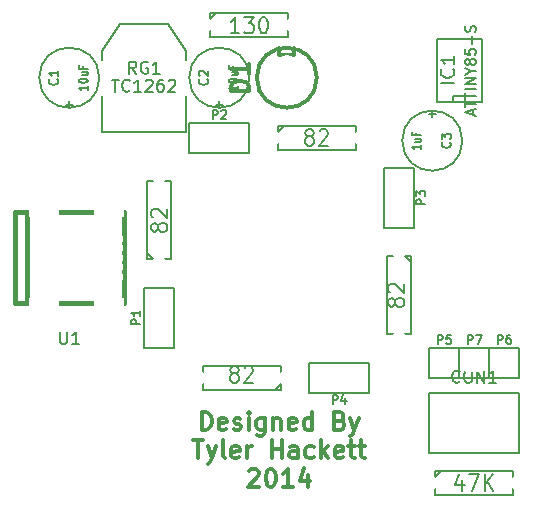
<source format=gto>
G04 (created by PCBNEW (2013-07-07 BZR 4022)-stable) date 12/10/2014 10:11:42 PM*
%MOIN*%
G04 Gerber Fmt 3.4, Leading zero omitted, Abs format*
%FSLAX34Y34*%
G01*
G70*
G90*
G04 APERTURE LIST*
%ADD10C,0.00590551*%
%ADD11C,0.011811*%
%ADD12C,0.015*%
%ADD13C,0.008*%
%ADD14C,0.005*%
%ADD15C,0.006*%
%ADD16C,0.012*%
%ADD17C,0.0075*%
%ADD18C,0.019685*%
%ADD19R,0.0906X0.0197*%
%ADD20R,0.0984X0.0787*%
%ADD21C,0.0354*%
%ADD22R,0.144X0.08*%
%ADD23R,0.04X0.08*%
%ADD24R,0.0551X0.0236*%
%ADD25C,0.055*%
%ADD26R,0.06X0.06*%
%ADD27C,0.06*%
%ADD28R,0.055X0.055*%
G04 APERTURE END LIST*
G54D10*
G54D11*
X75912Y-57239D02*
X75912Y-56648D01*
X76053Y-56648D01*
X76137Y-56676D01*
X76194Y-56732D01*
X76222Y-56789D01*
X76250Y-56901D01*
X76250Y-56985D01*
X76222Y-57098D01*
X76194Y-57154D01*
X76137Y-57210D01*
X76053Y-57239D01*
X75912Y-57239D01*
X76728Y-57210D02*
X76672Y-57239D01*
X76559Y-57239D01*
X76503Y-57210D01*
X76475Y-57154D01*
X76475Y-56929D01*
X76503Y-56873D01*
X76559Y-56845D01*
X76672Y-56845D01*
X76728Y-56873D01*
X76756Y-56929D01*
X76756Y-56985D01*
X76475Y-57042D01*
X76981Y-57210D02*
X77037Y-57239D01*
X77150Y-57239D01*
X77206Y-57210D01*
X77234Y-57154D01*
X77234Y-57126D01*
X77206Y-57070D01*
X77150Y-57042D01*
X77065Y-57042D01*
X77009Y-57014D01*
X76981Y-56957D01*
X76981Y-56929D01*
X77009Y-56873D01*
X77065Y-56845D01*
X77150Y-56845D01*
X77206Y-56873D01*
X77487Y-57239D02*
X77487Y-56845D01*
X77487Y-56648D02*
X77459Y-56676D01*
X77487Y-56704D01*
X77515Y-56676D01*
X77487Y-56648D01*
X77487Y-56704D01*
X78021Y-56845D02*
X78021Y-57323D01*
X77993Y-57379D01*
X77965Y-57407D01*
X77909Y-57435D01*
X77825Y-57435D01*
X77768Y-57407D01*
X78021Y-57210D02*
X77965Y-57239D01*
X77853Y-57239D01*
X77796Y-57210D01*
X77768Y-57182D01*
X77740Y-57126D01*
X77740Y-56957D01*
X77768Y-56901D01*
X77796Y-56873D01*
X77853Y-56845D01*
X77965Y-56845D01*
X78021Y-56873D01*
X78303Y-56845D02*
X78303Y-57239D01*
X78303Y-56901D02*
X78331Y-56873D01*
X78387Y-56845D01*
X78471Y-56845D01*
X78528Y-56873D01*
X78556Y-56929D01*
X78556Y-57239D01*
X79062Y-57210D02*
X79006Y-57239D01*
X78893Y-57239D01*
X78837Y-57210D01*
X78809Y-57154D01*
X78809Y-56929D01*
X78837Y-56873D01*
X78893Y-56845D01*
X79006Y-56845D01*
X79062Y-56873D01*
X79090Y-56929D01*
X79090Y-56985D01*
X78809Y-57042D01*
X79596Y-57239D02*
X79596Y-56648D01*
X79596Y-57210D02*
X79540Y-57239D01*
X79428Y-57239D01*
X79371Y-57210D01*
X79343Y-57182D01*
X79315Y-57126D01*
X79315Y-56957D01*
X79343Y-56901D01*
X79371Y-56873D01*
X79428Y-56845D01*
X79540Y-56845D01*
X79596Y-56873D01*
X80524Y-56929D02*
X80609Y-56957D01*
X80637Y-56985D01*
X80665Y-57042D01*
X80665Y-57126D01*
X80637Y-57182D01*
X80609Y-57210D01*
X80552Y-57239D01*
X80327Y-57239D01*
X80327Y-56648D01*
X80524Y-56648D01*
X80580Y-56676D01*
X80609Y-56704D01*
X80637Y-56760D01*
X80637Y-56817D01*
X80609Y-56873D01*
X80580Y-56901D01*
X80524Y-56929D01*
X80327Y-56929D01*
X80862Y-56845D02*
X81002Y-57239D01*
X81143Y-56845D02*
X81002Y-57239D01*
X80946Y-57379D01*
X80918Y-57407D01*
X80862Y-57435D01*
X75631Y-57593D02*
X75969Y-57593D01*
X75800Y-58183D02*
X75800Y-57593D01*
X76109Y-57790D02*
X76250Y-58183D01*
X76390Y-57790D02*
X76250Y-58183D01*
X76194Y-58324D01*
X76165Y-58352D01*
X76109Y-58380D01*
X76700Y-58183D02*
X76643Y-58155D01*
X76615Y-58099D01*
X76615Y-57593D01*
X77150Y-58155D02*
X77093Y-58183D01*
X76981Y-58183D01*
X76925Y-58155D01*
X76897Y-58099D01*
X76897Y-57874D01*
X76925Y-57818D01*
X76981Y-57790D01*
X77093Y-57790D01*
X77150Y-57818D01*
X77178Y-57874D01*
X77178Y-57930D01*
X76897Y-57987D01*
X77431Y-58183D02*
X77431Y-57790D01*
X77431Y-57902D02*
X77459Y-57846D01*
X77487Y-57818D01*
X77543Y-57790D01*
X77600Y-57790D01*
X78246Y-58183D02*
X78246Y-57593D01*
X78246Y-57874D02*
X78584Y-57874D01*
X78584Y-58183D02*
X78584Y-57593D01*
X79118Y-58183D02*
X79118Y-57874D01*
X79090Y-57818D01*
X79034Y-57790D01*
X78921Y-57790D01*
X78865Y-57818D01*
X79118Y-58155D02*
X79062Y-58183D01*
X78921Y-58183D01*
X78865Y-58155D01*
X78837Y-58099D01*
X78837Y-58043D01*
X78865Y-57987D01*
X78921Y-57958D01*
X79062Y-57958D01*
X79118Y-57930D01*
X79652Y-58155D02*
X79596Y-58183D01*
X79484Y-58183D01*
X79428Y-58155D01*
X79399Y-58127D01*
X79371Y-58071D01*
X79371Y-57902D01*
X79399Y-57846D01*
X79428Y-57818D01*
X79484Y-57790D01*
X79596Y-57790D01*
X79652Y-57818D01*
X79906Y-58183D02*
X79906Y-57593D01*
X79962Y-57958D02*
X80131Y-58183D01*
X80131Y-57790D02*
X79906Y-58015D01*
X80609Y-58155D02*
X80552Y-58183D01*
X80440Y-58183D01*
X80384Y-58155D01*
X80356Y-58099D01*
X80356Y-57874D01*
X80384Y-57818D01*
X80440Y-57790D01*
X80552Y-57790D01*
X80609Y-57818D01*
X80637Y-57874D01*
X80637Y-57930D01*
X80356Y-57987D01*
X80805Y-57790D02*
X81030Y-57790D01*
X80890Y-57593D02*
X80890Y-58099D01*
X80918Y-58155D01*
X80974Y-58183D01*
X81030Y-58183D01*
X81143Y-57790D02*
X81368Y-57790D01*
X81227Y-57593D02*
X81227Y-58099D01*
X81255Y-58155D01*
X81312Y-58183D01*
X81368Y-58183D01*
X77487Y-58594D02*
X77515Y-58566D01*
X77571Y-58538D01*
X77712Y-58538D01*
X77768Y-58566D01*
X77796Y-58594D01*
X77825Y-58650D01*
X77825Y-58706D01*
X77796Y-58791D01*
X77459Y-59128D01*
X77825Y-59128D01*
X78190Y-58538D02*
X78246Y-58538D01*
X78303Y-58566D01*
X78331Y-58594D01*
X78359Y-58650D01*
X78387Y-58763D01*
X78387Y-58903D01*
X78359Y-59016D01*
X78331Y-59072D01*
X78303Y-59100D01*
X78246Y-59128D01*
X78190Y-59128D01*
X78134Y-59100D01*
X78106Y-59072D01*
X78078Y-59016D01*
X78050Y-58903D01*
X78050Y-58763D01*
X78078Y-58650D01*
X78106Y-58594D01*
X78134Y-58566D01*
X78190Y-58538D01*
X78949Y-59128D02*
X78612Y-59128D01*
X78781Y-59128D02*
X78781Y-58538D01*
X78724Y-58622D01*
X78668Y-58678D01*
X78612Y-58706D01*
X79456Y-58735D02*
X79456Y-59128D01*
X79315Y-58510D02*
X79174Y-58931D01*
X79540Y-58931D01*
G54D12*
X70083Y-49984D02*
X70083Y-53016D01*
X69689Y-49984D02*
X69689Y-53016D01*
X69689Y-53016D02*
X73311Y-53016D01*
X73311Y-53016D02*
X73311Y-49984D01*
X73311Y-49984D02*
X69689Y-49984D01*
G54D13*
X72600Y-46100D02*
X72600Y-47300D01*
X72600Y-47300D02*
X75400Y-47300D01*
X75400Y-47300D02*
X75400Y-46100D01*
X72600Y-44900D02*
X72600Y-44600D01*
X72600Y-44600D02*
X73200Y-43700D01*
X73200Y-43700D02*
X74800Y-43700D01*
X74800Y-43700D02*
X75400Y-44600D01*
X75400Y-44600D02*
X75400Y-44900D01*
G54D14*
X85200Y-46300D02*
X85250Y-46300D01*
X85250Y-46300D02*
X85250Y-44200D01*
X83750Y-44200D02*
X83750Y-46300D01*
X83750Y-46300D02*
X85200Y-46300D01*
X84300Y-46300D02*
X84300Y-46100D01*
X84300Y-46100D02*
X84700Y-46100D01*
X84700Y-46100D02*
X84700Y-46300D01*
X83750Y-44200D02*
X85250Y-44200D01*
G54D13*
X78750Y-55500D02*
X78550Y-55500D01*
X75750Y-55500D02*
X75950Y-55500D01*
X75950Y-55500D02*
X75950Y-55900D01*
X75950Y-55900D02*
X78550Y-55900D01*
X78550Y-55900D02*
X78550Y-55100D01*
X78550Y-55100D02*
X75950Y-55100D01*
X75950Y-55100D02*
X75950Y-55500D01*
X78550Y-55700D02*
X78350Y-55900D01*
X82500Y-51250D02*
X82500Y-51450D01*
X82500Y-54250D02*
X82500Y-54050D01*
X82500Y-54050D02*
X82900Y-54050D01*
X82900Y-54050D02*
X82900Y-51450D01*
X82900Y-51450D02*
X82100Y-51450D01*
X82100Y-51450D02*
X82100Y-54050D01*
X82100Y-54050D02*
X82500Y-54050D01*
X82700Y-51450D02*
X82900Y-51650D01*
X78250Y-47500D02*
X78450Y-47500D01*
X81250Y-47500D02*
X81050Y-47500D01*
X81050Y-47500D02*
X81050Y-47100D01*
X81050Y-47100D02*
X78450Y-47100D01*
X78450Y-47100D02*
X78450Y-47900D01*
X78450Y-47900D02*
X81050Y-47900D01*
X81050Y-47900D02*
X81050Y-47500D01*
X78450Y-47300D02*
X78650Y-47100D01*
X74500Y-51750D02*
X74500Y-51550D01*
X74500Y-48750D02*
X74500Y-48950D01*
X74500Y-48950D02*
X74100Y-48950D01*
X74100Y-48950D02*
X74100Y-51550D01*
X74100Y-51550D02*
X74900Y-51550D01*
X74900Y-51550D02*
X74900Y-48950D01*
X74900Y-48950D02*
X74500Y-48950D01*
X74300Y-51550D02*
X74100Y-51350D01*
X83500Y-59000D02*
X83700Y-59000D01*
X86500Y-59000D02*
X86300Y-59000D01*
X86300Y-59000D02*
X86300Y-58600D01*
X86300Y-58600D02*
X83700Y-58600D01*
X83700Y-58600D02*
X83700Y-59400D01*
X83700Y-59400D02*
X86300Y-59400D01*
X86300Y-59400D02*
X86300Y-59000D01*
X83700Y-58800D02*
X83900Y-58600D01*
X76000Y-43750D02*
X76200Y-43750D01*
X79000Y-43750D02*
X78800Y-43750D01*
X78800Y-43750D02*
X78800Y-43350D01*
X78800Y-43350D02*
X76200Y-43350D01*
X76200Y-43350D02*
X76200Y-44150D01*
X76200Y-44150D02*
X78800Y-44150D01*
X78800Y-44150D02*
X78800Y-43750D01*
X76200Y-43550D02*
X76400Y-43350D01*
X86500Y-58000D02*
X83500Y-58000D01*
X83500Y-56000D02*
X86500Y-56000D01*
X86500Y-56000D02*
X86500Y-58000D01*
X83500Y-58000D02*
X83500Y-56000D01*
G54D15*
X82000Y-48500D02*
X83000Y-48500D01*
X83000Y-48500D02*
X83000Y-50500D01*
X83000Y-50500D02*
X82000Y-50500D01*
X82000Y-50500D02*
X82000Y-48500D01*
X75500Y-48000D02*
X75500Y-47000D01*
X75500Y-47000D02*
X77500Y-47000D01*
X77500Y-47000D02*
X77500Y-48000D01*
X77500Y-48000D02*
X75500Y-48000D01*
X75000Y-54500D02*
X74000Y-54500D01*
X74000Y-54500D02*
X74000Y-52500D01*
X74000Y-52500D02*
X75000Y-52500D01*
X75000Y-52500D02*
X75000Y-54500D01*
X81500Y-55000D02*
X81500Y-56000D01*
X81500Y-56000D02*
X79500Y-56000D01*
X79500Y-56000D02*
X79500Y-55000D01*
X79500Y-55000D02*
X81500Y-55000D01*
X85500Y-55500D02*
X84500Y-55500D01*
X84500Y-54500D02*
X85500Y-54500D01*
X84500Y-55500D02*
X84500Y-54500D01*
X85500Y-54500D02*
X85500Y-55500D01*
X86500Y-55500D02*
X85500Y-55500D01*
X85500Y-54500D02*
X86500Y-54500D01*
X85500Y-55500D02*
X85500Y-54500D01*
X86500Y-54500D02*
X86500Y-55500D01*
X84500Y-55500D02*
X83500Y-55500D01*
X83500Y-54500D02*
X84500Y-54500D01*
X83500Y-55500D02*
X83500Y-54500D01*
X84500Y-54500D02*
X84500Y-55500D01*
G54D16*
X79750Y-45500D02*
G75*
G03X79750Y-45500I-1000J0D01*
G74*
G01*
X78500Y-44500D02*
X78500Y-44750D01*
X78500Y-44750D02*
X79000Y-44750D01*
X79000Y-44750D02*
X79000Y-44500D01*
G54D14*
X77501Y-45500D02*
G75*
G03X77501Y-45500I-1001J0D01*
G74*
G01*
X72501Y-45500D02*
G75*
G03X72501Y-45500I-1001J0D01*
G74*
G01*
X84601Y-47600D02*
G75*
G03X84601Y-47600I-1001J0D01*
G74*
G01*
G54D13*
X71195Y-53978D02*
X71195Y-54302D01*
X71214Y-54340D01*
X71233Y-54359D01*
X71271Y-54378D01*
X71347Y-54378D01*
X71385Y-54359D01*
X71404Y-54340D01*
X71423Y-54302D01*
X71423Y-53978D01*
X71823Y-54378D02*
X71595Y-54378D01*
X71709Y-54378D02*
X71709Y-53978D01*
X71671Y-54036D01*
X71633Y-54074D01*
X71595Y-54093D01*
X73733Y-45361D02*
X73600Y-45171D01*
X73504Y-45361D02*
X73504Y-44961D01*
X73657Y-44961D01*
X73695Y-44980D01*
X73714Y-45000D01*
X73733Y-45038D01*
X73733Y-45095D01*
X73714Y-45133D01*
X73695Y-45152D01*
X73657Y-45171D01*
X73504Y-45171D01*
X74114Y-44980D02*
X74076Y-44961D01*
X74019Y-44961D01*
X73961Y-44980D01*
X73923Y-45019D01*
X73904Y-45057D01*
X73885Y-45133D01*
X73885Y-45190D01*
X73904Y-45266D01*
X73923Y-45304D01*
X73961Y-45342D01*
X74019Y-45361D01*
X74057Y-45361D01*
X74114Y-45342D01*
X74133Y-45323D01*
X74133Y-45190D01*
X74057Y-45190D01*
X74514Y-45361D02*
X74285Y-45361D01*
X74400Y-45361D02*
X74400Y-44961D01*
X74361Y-45019D01*
X74323Y-45057D01*
X74285Y-45076D01*
X72923Y-45561D02*
X73152Y-45561D01*
X73038Y-45961D02*
X73038Y-45561D01*
X73514Y-45923D02*
X73495Y-45942D01*
X73438Y-45961D01*
X73400Y-45961D01*
X73342Y-45942D01*
X73304Y-45904D01*
X73285Y-45866D01*
X73266Y-45790D01*
X73266Y-45733D01*
X73285Y-45657D01*
X73304Y-45619D01*
X73342Y-45580D01*
X73400Y-45561D01*
X73438Y-45561D01*
X73495Y-45580D01*
X73514Y-45600D01*
X73895Y-45961D02*
X73666Y-45961D01*
X73780Y-45961D02*
X73780Y-45561D01*
X73742Y-45619D01*
X73704Y-45657D01*
X73666Y-45676D01*
X74047Y-45600D02*
X74066Y-45580D01*
X74104Y-45561D01*
X74200Y-45561D01*
X74238Y-45580D01*
X74257Y-45600D01*
X74276Y-45638D01*
X74276Y-45676D01*
X74257Y-45733D01*
X74028Y-45961D01*
X74276Y-45961D01*
X74619Y-45561D02*
X74542Y-45561D01*
X74504Y-45580D01*
X74485Y-45600D01*
X74447Y-45657D01*
X74428Y-45733D01*
X74428Y-45885D01*
X74447Y-45923D01*
X74466Y-45942D01*
X74504Y-45961D01*
X74580Y-45961D01*
X74619Y-45942D01*
X74638Y-45923D01*
X74657Y-45885D01*
X74657Y-45790D01*
X74638Y-45752D01*
X74619Y-45733D01*
X74580Y-45714D01*
X74504Y-45714D01*
X74466Y-45733D01*
X74447Y-45752D01*
X74428Y-45790D01*
X74809Y-45600D02*
X74828Y-45580D01*
X74866Y-45561D01*
X74961Y-45561D01*
X75000Y-45580D01*
X75019Y-45600D01*
X75038Y-45638D01*
X75038Y-45676D01*
X75019Y-45733D01*
X74790Y-45961D01*
X75038Y-45961D01*
G54D15*
X84332Y-45689D02*
X83882Y-45689D01*
X84289Y-45217D02*
X84310Y-45239D01*
X84332Y-45303D01*
X84332Y-45346D01*
X84310Y-45410D01*
X84267Y-45453D01*
X84225Y-45474D01*
X84139Y-45496D01*
X84075Y-45496D01*
X83989Y-45474D01*
X83946Y-45453D01*
X83903Y-45410D01*
X83882Y-45346D01*
X83882Y-45303D01*
X83903Y-45239D01*
X83925Y-45217D01*
X84332Y-44789D02*
X84332Y-45046D01*
X84332Y-44917D02*
X83882Y-44917D01*
X83946Y-44960D01*
X83989Y-45003D01*
X84010Y-45046D01*
X84941Y-46733D02*
X84941Y-46566D01*
X85041Y-46766D02*
X84691Y-46650D01*
X85041Y-46533D01*
X84691Y-46466D02*
X84691Y-46266D01*
X85041Y-46366D02*
X84691Y-46366D01*
X84691Y-46200D02*
X84691Y-46000D01*
X85041Y-46100D02*
X84691Y-46100D01*
X85041Y-45883D02*
X84691Y-45883D01*
X85041Y-45716D02*
X84691Y-45716D01*
X85041Y-45516D01*
X84691Y-45516D01*
X84875Y-45283D02*
X85041Y-45283D01*
X84691Y-45400D02*
X84875Y-45283D01*
X84691Y-45166D01*
X84841Y-45000D02*
X84825Y-45033D01*
X84808Y-45050D01*
X84775Y-45066D01*
X84758Y-45066D01*
X84725Y-45050D01*
X84708Y-45033D01*
X84691Y-45000D01*
X84691Y-44933D01*
X84708Y-44900D01*
X84725Y-44883D01*
X84758Y-44866D01*
X84775Y-44866D01*
X84808Y-44883D01*
X84825Y-44900D01*
X84841Y-44933D01*
X84841Y-45000D01*
X84858Y-45033D01*
X84875Y-45050D01*
X84908Y-45066D01*
X84975Y-45066D01*
X85008Y-45050D01*
X85025Y-45033D01*
X85041Y-45000D01*
X85041Y-44933D01*
X85025Y-44900D01*
X85008Y-44883D01*
X84975Y-44866D01*
X84908Y-44866D01*
X84875Y-44883D01*
X84858Y-44900D01*
X84841Y-44933D01*
X84691Y-44550D02*
X84691Y-44716D01*
X84858Y-44733D01*
X84841Y-44716D01*
X84825Y-44683D01*
X84825Y-44600D01*
X84841Y-44566D01*
X84858Y-44550D01*
X84891Y-44533D01*
X84975Y-44533D01*
X85008Y-44550D01*
X85025Y-44566D01*
X85041Y-44600D01*
X85041Y-44683D01*
X85025Y-44716D01*
X85008Y-44733D01*
X84908Y-44383D02*
X84908Y-44116D01*
X85025Y-43966D02*
X85041Y-43916D01*
X85041Y-43833D01*
X85025Y-43800D01*
X85008Y-43783D01*
X84975Y-43766D01*
X84941Y-43766D01*
X84908Y-43783D01*
X84891Y-43800D01*
X84875Y-43833D01*
X84858Y-43900D01*
X84841Y-43933D01*
X84825Y-43950D01*
X84791Y-43966D01*
X84758Y-43966D01*
X84725Y-43950D01*
X84708Y-43933D01*
X84691Y-43900D01*
X84691Y-43816D01*
X84708Y-43766D01*
G54D13*
X76964Y-55358D02*
X76916Y-55332D01*
X76892Y-55305D01*
X76869Y-55253D01*
X76869Y-55227D01*
X76892Y-55175D01*
X76916Y-55148D01*
X76964Y-55122D01*
X77059Y-55122D01*
X77107Y-55148D01*
X77130Y-55175D01*
X77154Y-55227D01*
X77154Y-55253D01*
X77130Y-55305D01*
X77107Y-55332D01*
X77059Y-55358D01*
X76964Y-55358D01*
X76916Y-55384D01*
X76892Y-55410D01*
X76869Y-55463D01*
X76869Y-55567D01*
X76892Y-55620D01*
X76916Y-55646D01*
X76964Y-55672D01*
X77059Y-55672D01*
X77107Y-55646D01*
X77130Y-55620D01*
X77154Y-55567D01*
X77154Y-55463D01*
X77130Y-55410D01*
X77107Y-55384D01*
X77059Y-55358D01*
X77345Y-55175D02*
X77369Y-55148D01*
X77416Y-55122D01*
X77535Y-55122D01*
X77583Y-55148D01*
X77607Y-55175D01*
X77630Y-55227D01*
X77630Y-55279D01*
X77607Y-55358D01*
X77321Y-55672D01*
X77630Y-55672D01*
X82358Y-53035D02*
X82332Y-53083D01*
X82305Y-53107D01*
X82253Y-53130D01*
X82227Y-53130D01*
X82175Y-53107D01*
X82148Y-53083D01*
X82122Y-53035D01*
X82122Y-52940D01*
X82148Y-52892D01*
X82175Y-52869D01*
X82227Y-52845D01*
X82253Y-52845D01*
X82305Y-52869D01*
X82332Y-52892D01*
X82358Y-52940D01*
X82358Y-53035D01*
X82384Y-53083D01*
X82410Y-53107D01*
X82463Y-53130D01*
X82567Y-53130D01*
X82620Y-53107D01*
X82646Y-53083D01*
X82672Y-53035D01*
X82672Y-52940D01*
X82646Y-52892D01*
X82620Y-52869D01*
X82567Y-52845D01*
X82463Y-52845D01*
X82410Y-52869D01*
X82384Y-52892D01*
X82358Y-52940D01*
X82175Y-52654D02*
X82148Y-52630D01*
X82122Y-52583D01*
X82122Y-52464D01*
X82148Y-52416D01*
X82175Y-52392D01*
X82227Y-52369D01*
X82279Y-52369D01*
X82358Y-52392D01*
X82672Y-52678D01*
X82672Y-52369D01*
X79464Y-47458D02*
X79416Y-47432D01*
X79392Y-47405D01*
X79369Y-47353D01*
X79369Y-47327D01*
X79392Y-47275D01*
X79416Y-47248D01*
X79464Y-47222D01*
X79559Y-47222D01*
X79607Y-47248D01*
X79630Y-47275D01*
X79654Y-47327D01*
X79654Y-47353D01*
X79630Y-47405D01*
X79607Y-47432D01*
X79559Y-47458D01*
X79464Y-47458D01*
X79416Y-47484D01*
X79392Y-47510D01*
X79369Y-47563D01*
X79369Y-47667D01*
X79392Y-47720D01*
X79416Y-47746D01*
X79464Y-47772D01*
X79559Y-47772D01*
X79607Y-47746D01*
X79630Y-47720D01*
X79654Y-47667D01*
X79654Y-47563D01*
X79630Y-47510D01*
X79607Y-47484D01*
X79559Y-47458D01*
X79845Y-47275D02*
X79869Y-47248D01*
X79916Y-47222D01*
X80035Y-47222D01*
X80083Y-47248D01*
X80107Y-47275D01*
X80130Y-47327D01*
X80130Y-47379D01*
X80107Y-47458D01*
X79821Y-47772D01*
X80130Y-47772D01*
X74458Y-50535D02*
X74432Y-50583D01*
X74405Y-50607D01*
X74353Y-50630D01*
X74327Y-50630D01*
X74275Y-50607D01*
X74248Y-50583D01*
X74222Y-50535D01*
X74222Y-50440D01*
X74248Y-50392D01*
X74275Y-50369D01*
X74327Y-50345D01*
X74353Y-50345D01*
X74405Y-50369D01*
X74432Y-50392D01*
X74458Y-50440D01*
X74458Y-50535D01*
X74484Y-50583D01*
X74510Y-50607D01*
X74563Y-50630D01*
X74667Y-50630D01*
X74720Y-50607D01*
X74746Y-50583D01*
X74772Y-50535D01*
X74772Y-50440D01*
X74746Y-50392D01*
X74720Y-50369D01*
X74667Y-50345D01*
X74563Y-50345D01*
X74510Y-50369D01*
X74484Y-50392D01*
X74458Y-50440D01*
X74275Y-50154D02*
X74248Y-50130D01*
X74222Y-50083D01*
X74222Y-49964D01*
X74248Y-49916D01*
X74275Y-49892D01*
X74327Y-49869D01*
X74379Y-49869D01*
X74458Y-49892D01*
X74772Y-50178D01*
X74772Y-49869D01*
X84607Y-58905D02*
X84607Y-59272D01*
X84488Y-58696D02*
X84369Y-59089D01*
X84678Y-59089D01*
X84821Y-58722D02*
X85154Y-58722D01*
X84940Y-59272D01*
X85345Y-59272D02*
X85345Y-58722D01*
X85630Y-59272D02*
X85416Y-58958D01*
X85630Y-58722D02*
X85345Y-59036D01*
X77166Y-44022D02*
X76880Y-44022D01*
X77023Y-44022D02*
X77023Y-43472D01*
X76976Y-43551D01*
X76928Y-43603D01*
X76880Y-43629D01*
X77333Y-43472D02*
X77642Y-43472D01*
X77476Y-43682D01*
X77547Y-43682D01*
X77595Y-43708D01*
X77619Y-43734D01*
X77642Y-43786D01*
X77642Y-43917D01*
X77619Y-43970D01*
X77595Y-43996D01*
X77547Y-44022D01*
X77404Y-44022D01*
X77357Y-43996D01*
X77333Y-43970D01*
X77952Y-43472D02*
X78000Y-43472D01*
X78047Y-43498D01*
X78071Y-43525D01*
X78095Y-43577D01*
X78119Y-43682D01*
X78119Y-43813D01*
X78095Y-43917D01*
X78071Y-43970D01*
X78047Y-43996D01*
X78000Y-44022D01*
X77952Y-44022D01*
X77904Y-43996D01*
X77880Y-43970D01*
X77857Y-43917D01*
X77833Y-43813D01*
X77833Y-43682D01*
X77857Y-43577D01*
X77880Y-43525D01*
X77904Y-43498D01*
X77952Y-43472D01*
X84514Y-55623D02*
X84495Y-55642D01*
X84438Y-55661D01*
X84400Y-55661D01*
X84342Y-55642D01*
X84304Y-55604D01*
X84285Y-55566D01*
X84266Y-55490D01*
X84266Y-55433D01*
X84285Y-55357D01*
X84304Y-55319D01*
X84342Y-55280D01*
X84400Y-55261D01*
X84438Y-55261D01*
X84495Y-55280D01*
X84514Y-55300D01*
X84761Y-55261D02*
X84838Y-55261D01*
X84876Y-55280D01*
X84914Y-55319D01*
X84933Y-55395D01*
X84933Y-55528D01*
X84914Y-55604D01*
X84876Y-55642D01*
X84838Y-55661D01*
X84761Y-55661D01*
X84723Y-55642D01*
X84685Y-55604D01*
X84666Y-55528D01*
X84666Y-55395D01*
X84685Y-55319D01*
X84723Y-55280D01*
X84761Y-55261D01*
X85104Y-55661D02*
X85104Y-55261D01*
X85333Y-55661D01*
X85333Y-55261D01*
X85733Y-55661D02*
X85504Y-55661D01*
X85619Y-55661D02*
X85619Y-55261D01*
X85580Y-55319D01*
X85542Y-55357D01*
X85504Y-55376D01*
G54D15*
X83371Y-49721D02*
X83071Y-49721D01*
X83071Y-49607D01*
X83085Y-49578D01*
X83100Y-49564D01*
X83128Y-49550D01*
X83171Y-49550D01*
X83200Y-49564D01*
X83214Y-49578D01*
X83228Y-49607D01*
X83228Y-49721D01*
X83071Y-49450D02*
X83071Y-49264D01*
X83185Y-49364D01*
X83185Y-49321D01*
X83200Y-49292D01*
X83214Y-49278D01*
X83242Y-49264D01*
X83314Y-49264D01*
X83342Y-49278D01*
X83357Y-49292D01*
X83371Y-49321D01*
X83371Y-49407D01*
X83357Y-49435D01*
X83342Y-49450D01*
X76278Y-46871D02*
X76278Y-46571D01*
X76392Y-46571D01*
X76421Y-46585D01*
X76435Y-46600D01*
X76450Y-46628D01*
X76450Y-46671D01*
X76435Y-46700D01*
X76421Y-46714D01*
X76392Y-46728D01*
X76278Y-46728D01*
X76564Y-46600D02*
X76578Y-46585D01*
X76607Y-46571D01*
X76678Y-46571D01*
X76707Y-46585D01*
X76721Y-46600D01*
X76735Y-46628D01*
X76735Y-46657D01*
X76721Y-46700D01*
X76550Y-46871D01*
X76735Y-46871D01*
X73871Y-53721D02*
X73571Y-53721D01*
X73571Y-53607D01*
X73585Y-53578D01*
X73600Y-53564D01*
X73628Y-53550D01*
X73671Y-53550D01*
X73700Y-53564D01*
X73714Y-53578D01*
X73728Y-53607D01*
X73728Y-53721D01*
X73871Y-53264D02*
X73871Y-53435D01*
X73871Y-53350D02*
X73571Y-53350D01*
X73614Y-53378D01*
X73642Y-53407D01*
X73657Y-53435D01*
X80278Y-56371D02*
X80278Y-56071D01*
X80392Y-56071D01*
X80421Y-56085D01*
X80435Y-56100D01*
X80450Y-56128D01*
X80450Y-56171D01*
X80435Y-56200D01*
X80421Y-56214D01*
X80392Y-56228D01*
X80278Y-56228D01*
X80707Y-56171D02*
X80707Y-56371D01*
X80635Y-56057D02*
X80564Y-56271D01*
X80750Y-56271D01*
X84778Y-54371D02*
X84778Y-54071D01*
X84892Y-54071D01*
X84921Y-54085D01*
X84935Y-54100D01*
X84950Y-54128D01*
X84950Y-54171D01*
X84935Y-54200D01*
X84921Y-54214D01*
X84892Y-54228D01*
X84778Y-54228D01*
X85050Y-54071D02*
X85250Y-54071D01*
X85121Y-54371D01*
X85778Y-54371D02*
X85778Y-54071D01*
X85892Y-54071D01*
X85921Y-54085D01*
X85935Y-54100D01*
X85950Y-54128D01*
X85950Y-54171D01*
X85935Y-54200D01*
X85921Y-54214D01*
X85892Y-54228D01*
X85778Y-54228D01*
X86207Y-54071D02*
X86150Y-54071D01*
X86121Y-54085D01*
X86107Y-54100D01*
X86078Y-54142D01*
X86064Y-54200D01*
X86064Y-54314D01*
X86078Y-54342D01*
X86092Y-54357D01*
X86121Y-54371D01*
X86178Y-54371D01*
X86207Y-54357D01*
X86221Y-54342D01*
X86235Y-54314D01*
X86235Y-54242D01*
X86221Y-54214D01*
X86207Y-54200D01*
X86178Y-54185D01*
X86121Y-54185D01*
X86092Y-54200D01*
X86078Y-54214D01*
X86064Y-54242D01*
X83778Y-54371D02*
X83778Y-54071D01*
X83892Y-54071D01*
X83921Y-54085D01*
X83935Y-54100D01*
X83950Y-54128D01*
X83950Y-54171D01*
X83935Y-54200D01*
X83921Y-54214D01*
X83892Y-54228D01*
X83778Y-54228D01*
X84221Y-54071D02*
X84078Y-54071D01*
X84064Y-54214D01*
X84078Y-54200D01*
X84107Y-54185D01*
X84178Y-54185D01*
X84207Y-54200D01*
X84221Y-54214D01*
X84235Y-54242D01*
X84235Y-54314D01*
X84221Y-54342D01*
X84207Y-54357D01*
X84178Y-54371D01*
X84107Y-54371D01*
X84078Y-54357D01*
X84064Y-54342D01*
G54D16*
X77492Y-45942D02*
X76892Y-45942D01*
X76892Y-45800D01*
X76921Y-45714D01*
X76978Y-45657D01*
X77035Y-45628D01*
X77150Y-45600D01*
X77235Y-45600D01*
X77350Y-45628D01*
X77407Y-45657D01*
X77464Y-45714D01*
X77492Y-45800D01*
X77492Y-45942D01*
X77492Y-45028D02*
X77492Y-45371D01*
X77492Y-45200D02*
X76892Y-45200D01*
X76978Y-45257D01*
X77035Y-45314D01*
X77064Y-45371D01*
G54D14*
X76093Y-45550D02*
X76108Y-45564D01*
X76122Y-45607D01*
X76122Y-45635D01*
X76108Y-45678D01*
X76079Y-45707D01*
X76051Y-45721D01*
X75993Y-45735D01*
X75951Y-45735D01*
X75893Y-45721D01*
X75865Y-45707D01*
X75836Y-45678D01*
X75822Y-45635D01*
X75822Y-45607D01*
X75836Y-45564D01*
X75851Y-45550D01*
X75851Y-45435D02*
X75836Y-45421D01*
X75822Y-45392D01*
X75822Y-45321D01*
X75836Y-45292D01*
X75851Y-45278D01*
X75879Y-45264D01*
X75908Y-45264D01*
X75951Y-45278D01*
X76122Y-45450D01*
X76122Y-45264D01*
X77121Y-45767D02*
X77121Y-45910D01*
X77121Y-45839D02*
X76821Y-45839D01*
X76864Y-45863D01*
X76892Y-45886D01*
X76907Y-45910D01*
X76821Y-45613D02*
X76821Y-45589D01*
X76835Y-45565D01*
X76850Y-45553D01*
X76878Y-45541D01*
X76935Y-45529D01*
X77007Y-45529D01*
X77064Y-45541D01*
X77092Y-45553D01*
X77107Y-45565D01*
X77121Y-45589D01*
X77121Y-45613D01*
X77107Y-45636D01*
X77092Y-45648D01*
X77064Y-45660D01*
X77007Y-45672D01*
X76935Y-45672D01*
X76878Y-45660D01*
X76850Y-45648D01*
X76835Y-45636D01*
X76821Y-45613D01*
X76921Y-45315D02*
X77121Y-45315D01*
X76921Y-45422D02*
X77078Y-45422D01*
X77107Y-45410D01*
X77121Y-45386D01*
X77121Y-45351D01*
X77107Y-45327D01*
X77092Y-45315D01*
X76964Y-45113D02*
X76964Y-45196D01*
X77121Y-45196D02*
X76821Y-45196D01*
X76821Y-45077D01*
G54D17*
X76507Y-46514D02*
X76507Y-46285D01*
X76621Y-46400D02*
X76392Y-46400D01*
G54D13*
G54D14*
X71093Y-45550D02*
X71108Y-45564D01*
X71122Y-45607D01*
X71122Y-45635D01*
X71108Y-45678D01*
X71079Y-45707D01*
X71051Y-45721D01*
X70993Y-45735D01*
X70951Y-45735D01*
X70893Y-45721D01*
X70865Y-45707D01*
X70836Y-45678D01*
X70822Y-45635D01*
X70822Y-45607D01*
X70836Y-45564D01*
X70851Y-45550D01*
X71122Y-45264D02*
X71122Y-45435D01*
X71122Y-45350D02*
X70822Y-45350D01*
X70865Y-45378D01*
X70893Y-45407D01*
X70908Y-45435D01*
X72121Y-45767D02*
X72121Y-45910D01*
X72121Y-45839D02*
X71821Y-45839D01*
X71864Y-45863D01*
X71892Y-45886D01*
X71907Y-45910D01*
X71821Y-45613D02*
X71821Y-45589D01*
X71835Y-45565D01*
X71850Y-45553D01*
X71878Y-45541D01*
X71935Y-45529D01*
X72007Y-45529D01*
X72064Y-45541D01*
X72092Y-45553D01*
X72107Y-45565D01*
X72121Y-45589D01*
X72121Y-45613D01*
X72107Y-45636D01*
X72092Y-45648D01*
X72064Y-45660D01*
X72007Y-45672D01*
X71935Y-45672D01*
X71878Y-45660D01*
X71850Y-45648D01*
X71835Y-45636D01*
X71821Y-45613D01*
X71921Y-45315D02*
X72121Y-45315D01*
X71921Y-45422D02*
X72078Y-45422D01*
X72107Y-45410D01*
X72121Y-45386D01*
X72121Y-45351D01*
X72107Y-45327D01*
X72092Y-45315D01*
X71964Y-45113D02*
X71964Y-45196D01*
X72121Y-45196D02*
X71821Y-45196D01*
X71821Y-45077D01*
G54D17*
X71507Y-46514D02*
X71507Y-46285D01*
X71621Y-46400D02*
X71392Y-46400D01*
G54D13*
G54D14*
X84191Y-47650D02*
X84206Y-47664D01*
X84220Y-47707D01*
X84220Y-47735D01*
X84206Y-47778D01*
X84177Y-47807D01*
X84149Y-47821D01*
X84091Y-47835D01*
X84049Y-47835D01*
X83991Y-47821D01*
X83963Y-47807D01*
X83934Y-47778D01*
X83920Y-47735D01*
X83920Y-47707D01*
X83934Y-47664D01*
X83949Y-47650D01*
X83920Y-47550D02*
X83920Y-47364D01*
X84034Y-47464D01*
X84034Y-47421D01*
X84049Y-47392D01*
X84063Y-47378D01*
X84091Y-47364D01*
X84163Y-47364D01*
X84191Y-47378D01*
X84206Y-47392D01*
X84220Y-47421D01*
X84220Y-47507D01*
X84206Y-47535D01*
X84191Y-47550D01*
X83221Y-47748D02*
X83221Y-47891D01*
X83221Y-47820D02*
X82921Y-47820D01*
X82964Y-47844D01*
X82992Y-47867D01*
X83007Y-47891D01*
X83021Y-47534D02*
X83221Y-47534D01*
X83021Y-47641D02*
X83178Y-47641D01*
X83207Y-47629D01*
X83221Y-47605D01*
X83221Y-47570D01*
X83207Y-47546D01*
X83192Y-47534D01*
X83064Y-47332D02*
X83064Y-47415D01*
X83221Y-47415D02*
X82921Y-47415D01*
X82921Y-47296D01*
G54D17*
X83607Y-46814D02*
X83607Y-46585D01*
X83721Y-46700D02*
X83492Y-46700D01*
G54D13*
%LPC*%
G54D18*
X72820Y-54637D02*
X72820Y-55425D01*
X71442Y-55031D02*
X72820Y-55031D01*
X71835Y-55818D02*
X71835Y-56475D01*
X71442Y-55687D02*
X72820Y-56146D01*
X71442Y-56606D01*
X71507Y-57000D02*
X71442Y-57196D01*
X71442Y-57524D01*
X71507Y-57656D01*
X71573Y-57721D01*
X71704Y-57787D01*
X71835Y-57787D01*
X71967Y-57721D01*
X72032Y-57656D01*
X72098Y-57524D01*
X72164Y-57262D01*
X72229Y-57131D01*
X72295Y-57065D01*
X72426Y-57000D01*
X72557Y-57000D01*
X72688Y-57065D01*
X72754Y-57131D01*
X72820Y-57262D01*
X72820Y-57590D01*
X72754Y-57787D01*
X71442Y-58377D02*
X72820Y-58377D01*
X72164Y-58377D02*
X72164Y-59165D01*
X71442Y-59165D02*
X72820Y-59165D01*
G54D19*
X72858Y-50870D03*
X72858Y-51185D03*
X72858Y-51500D03*
X72858Y-51815D03*
X72858Y-52130D03*
G54D20*
X72819Y-49748D03*
X70654Y-49748D03*
X72819Y-53252D03*
X70654Y-53252D03*
G54D21*
X71835Y-50634D03*
X71835Y-52366D03*
G54D22*
X74000Y-44200D03*
G54D23*
X74000Y-46800D03*
X74900Y-46800D03*
X73100Y-46800D03*
G54D24*
X83450Y-46000D03*
X85550Y-46000D03*
X83450Y-45500D03*
X83450Y-45000D03*
X83450Y-44500D03*
X85550Y-45500D03*
X85550Y-45000D03*
X85550Y-44500D03*
G54D25*
X78750Y-55500D03*
X75750Y-55500D03*
X82500Y-51250D03*
X82500Y-54250D03*
X78250Y-47500D03*
X81250Y-47500D03*
X74500Y-51750D03*
X74500Y-48750D03*
X83500Y-59000D03*
X86500Y-59000D03*
X76000Y-43750D03*
X79000Y-43750D03*
G54D26*
X84000Y-57500D03*
G54D27*
X84000Y-56500D03*
X85000Y-57500D03*
X85000Y-56500D03*
X86000Y-57500D03*
X86000Y-56500D03*
G54D26*
X82500Y-49000D03*
G54D27*
X82500Y-50000D03*
G54D26*
X76000Y-47500D03*
G54D27*
X77000Y-47500D03*
G54D26*
X74500Y-54000D03*
G54D27*
X74500Y-53000D03*
G54D26*
X81000Y-55500D03*
G54D27*
X80000Y-55500D03*
G54D26*
X85000Y-55000D03*
X86000Y-55000D03*
X84000Y-55000D03*
G54D28*
X78750Y-46000D03*
G54D25*
X78750Y-45000D03*
G54D28*
X76500Y-46000D03*
G54D25*
X76500Y-45000D03*
G54D28*
X71500Y-46000D03*
G54D25*
X71500Y-45000D03*
G54D28*
X83600Y-47100D03*
G54D25*
X83600Y-48100D03*
M02*

</source>
